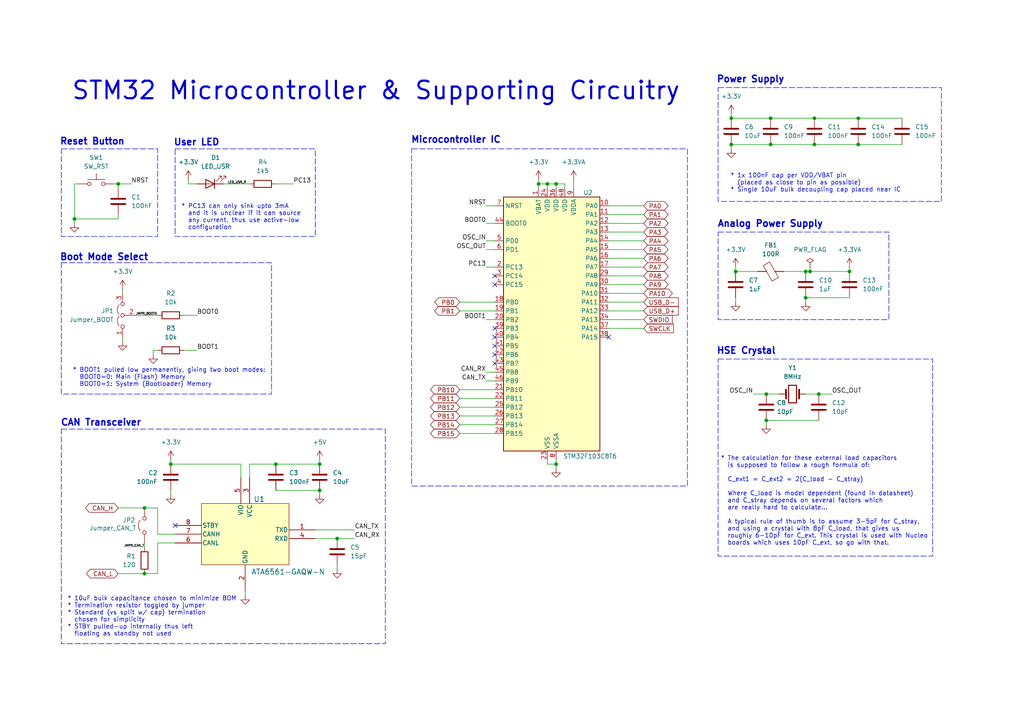
<source format=kicad_sch>
(kicad_sch (version 20231120) (generator "eeschema") (generator_version "8.0")
  (paper "A4")
  (title_block (title "STM32 Microcontroller") (date "2024-11-02") (rev "v0.1") (company "OSU DAM Robotics") (comment 1 "Author: Kurtis Dinelle"))
  (lib_symbols
    (symbol "ATA6561:ATA6561-GAQW-N" (pin_names (offset 0.254))
      (property "Reference" "U" (at 21.59 10.16 0))
      (property "Value" "ATA6561-GAQW-N" (at 20.32 7.62 0))
      (symbol "ATA6561-GAQW-N_0_1"
        (pin power_in line (at 19.05 12.7 270) (length 7.62) (name "VCC") (number "3"))
      )
      (symbol "ATA6561-GAQW-N_1_1"
        (rectangle (start 7.62 5.08) (end 33.02 -12.7) (fill (type background)))
        (pin input line (at 0 -2.54 0) (length 7.62) (name "TXD") (number "1"))
        (pin power_in line (at 20.32 -20.32 90) (length 7.62) (name "GND") (number "2"))
        (pin output line (at 0 -5.08 0) (length 7.62) (name "RXD") (number "4"))
        (pin power_in line (at 21.59 12.7 270) (length 7.62) (name "VIO") (number "5"))
        (pin input line (at 40.64 -6.35 180) (length 7.62) (name "CANL") (number "6"))
        (pin input line (at 40.64 -3.81 180) (length 7.62) (name "CANH") (number "7"))
        (pin input line (at 40.64 -1.27 180) (length 7.62) (name "STBY") (number "8"))
      )
    )
    (symbol "Device:C" (pin_numbers hide) (pin_names (offset 0.254))
      (property "Reference" "C" (at 0.635 2.54 0))
      (property "Value" "C" (at 0.635 -2.54 0))
      (symbol "C_0_1"
        (polyline (pts (xy -2.032 -0.762) (xy 2.032 -0.762)) (stroke (width 0.508)))
        (polyline (pts (xy -2.032 0.762) (xy 2.032 0.762)) (stroke (width 0.508)))
      )
      (symbol "C_1_1"
        (pin passive line (at 0 3.81 270) (length 2.794) (name "~") (number "1"))
        (pin passive line (at 0 -3.81 90) (length 2.794) (name "~") (number "2"))
      )
    )
    (symbol "Device:Crystal" (pin_numbers hide) (pin_names (offset 1.016) hide)
      (property "Reference" "Y" (at 0 3.81 0))
      (property "Value" "Crystal" (at 0 -3.81 0))
      (symbol "Crystal_0_1"
        (rectangle (start -1.143 2.54) (end 1.143 -2.54) (stroke (width 0.3048)))
        (polyline (pts (xy -2.54 0) (xy -1.905 0)))
        (polyline (pts (xy -1.905 -1.27) (xy -1.905 1.27)) (stroke (width 0.508)))
        (polyline (pts (xy 1.905 -1.27) (xy 1.905 1.27)) (stroke (width 0.508)))
        (polyline (pts (xy 2.54 0) (xy 1.905 0)))
      )
      (symbol "Crystal_1_1"
        (pin passive line (at -3.81 0 0) (length 1.27) (name "1") (number "1"))
        (pin passive line (at 3.81 0 180) (length 1.27) (name "2") (number "2"))
      )
    )
    (symbol "Device:FerriteBead" (pin_numbers hide) (pin_names (offset 0))
      (property "Reference" "FB" (at -3.81 0.635 90))
      (property "Value" "FerriteBead" (at 3.81 0 90))
      (symbol "FerriteBead_0_1"
        (polyline (pts (xy 0 -1.27) (xy 0 -1.2192)))
        (polyline (pts (xy 0 1.27) (xy 0 1.2954)))
        (polyline (pts (xy -2.7686 0.4064) (xy -1.7018 2.2606) (xy 2.7686 -0.3048) (xy 1.6764 -2.159) (xy -2.7686 0.4064)))
      )
      (symbol "FerriteBead_1_1"
        (pin passive line (at 0 3.81 270) (length 2.54) (name "~") (number "1"))
        (pin passive line (at 0 -3.81 90) (length 2.54) (name "~") (number "2"))
      )
    )
    (symbol "Device:LED" (pin_numbers hide) (pin_names (offset 1.016) hide)
      (property "Reference" "D" (at 0 2.54 0))
      (property "Value" "LED" (at 0 -2.54 0))
      (symbol "LED_0_1"
        (polyline (pts (xy -1.27 -1.27) (xy -1.27 1.27)) (stroke (width 0.254)))
        (polyline (pts (xy -1.27 0) (xy 1.27 0)))
        (polyline (pts (xy 1.27 -1.27) (xy 1.27 1.27) (xy -1.27 0) (xy 1.27 -1.27)) (stroke (width 0.254)))
        (polyline (pts (xy -3.048 -0.762) (xy -4.572 -2.286) (xy -3.81 -2.286) (xy -4.572 -2.286) (xy -4.572 -1.524)))
        (polyline (pts (xy -1.778 -0.762) (xy -3.302 -2.286) (xy -2.54 -2.286) (xy -3.302 -2.286) (xy -3.302 -1.524)))
      )
      (symbol "LED_1_1"
        (pin passive line (at -3.81 0 0) (length 2.54) (name "K") (number "1"))
        (pin passive line (at 3.81 0 180) (length 2.54) (name "A") (number "2"))
      )
    )
    (symbol "Device:R" (pin_numbers hide) (pin_names (offset 0))
      (property "Reference" "R" (at 2.032 0 90))
      (property "Value" "R" (at 0 0 90))
      (symbol "R_0_1"
        (rectangle (start -1.016 -2.54) (end 1.016 2.54) (stroke (width 0.254)))
      )
      (symbol "R_1_1"
        (pin passive line (at 0 3.81 270) (length 1.27) (name "~") (number "1"))
        (pin passive line (at 0 -3.81 90) (length 1.27) (name "~") (number "2"))
      )
    )
    (symbol "Jumper:Jumper_2_Open" (pin_numbers hide) (pin_names (offset 0) hide) (exclude_from_sim yes)
      (property "Reference" "JP" (at 0 2.794 0))
      (property "Value" "Jumper_2_Open" (at 0 -2.286 0))
      (symbol "Jumper_2_Open_0_0"
        (circle (center -2.032 0) (radius 0.508))
        (circle (center 2.032 0) (radius 0.508))
      )
      (symbol "Jumper_2_Open_0_1"
        (arc (start 1.524 1.27) (mid 0 1.778) (end -1.524 1.27))
      )
      (symbol "Jumper_2_Open_1_1"
        (pin passive line (at -5.08 0 0) (length 2.54) (name "A") (number "1"))
        (pin passive line (at 5.08 0 180) (length 2.54) (name "B") (number "2"))
      )
    )
    (symbol "Jumper:Jumper_3_Open" (pin_names (offset 0) hide) (exclude_from_sim yes) (in_bom no)
      (property "Reference" "JP" (at -2.54 -2.54 0))
      (property "Value" "Jumper_3_Open" (at 0 2.794 0))
      (symbol "Jumper_3_Open_0_0"
        (circle (center -3.302 0) (radius 0.508))
        (circle (center 0 0) (radius 0.508))
        (circle (center 3.302 0) (radius 0.508))
      )
      (symbol "Jumper_3_Open_0_1"
        (arc (start -0.254 1.016) (mid -1.651 1.4992) (end -3.048 1.016))
        (polyline (pts (xy 0 -0.508) (xy 0 -1.27)))
        (arc (start 3.048 1.016) (mid 1.651 1.4992) (end 0.254 1.016))
      )
      (symbol "Jumper_3_Open_1_1"
        (pin passive line (at -6.35 0 0) (length 2.54) (name "A") (number "1"))
        (pin passive line (at 0 -3.81 90) (length 2.54) (name "C") (number "2"))
        (pin passive line (at 6.35 0 180) (length 2.54) (name "B") (number "3"))
      )
    )
    (symbol "MCU_ST_STM32F1:STM32F103C8Tx"
      (property "Reference" "U" (at -12.7 39.37 0))
      (property "Value" "STM32F103C8Tx" (at 10.16 39.37 0))
      (symbol "STM32F103C8Tx_0_1"
        (rectangle (start -12.7 -35.56) (end 15.24 38.1) (stroke (width 0.254)) (fill (type background)))
      )
      (symbol "STM32F103C8Tx_1_1"
        (pin power_in line (at -2.54 40.64 270) (length 2.54) (name "VBAT") (number "1"))
        (pin bidirectional line (at 17.78 35.56 180) (length 2.54) (name "PA0") (number "10"))
        (pin bidirectional line (at 17.78 33.02 180) (length 2.54) (name "PA1") (number "11"))
        (pin bidirectional line (at 17.78 30.48 180) (length 2.54) (name "PA2") (number "12"))
        (pin bidirectional line (at 17.78 27.94 180) (length 2.54) (name "PA3") (number "13"))
        (pin bidirectional line (at 17.78 25.4 180) (length 2.54) (name "PA4") (number "14"))
        (pin bidirectional line (at 17.78 22.86 180) (length 2.54) (name "PA5") (number "15"))
        (pin bidirectional line (at 17.78 20.32 180) (length 2.54) (name "PA6") (number "16"))
        (pin bidirectional line (at 17.78 17.78 180) (length 2.54) (name "PA7") (number "17"))
        (pin bidirectional line (at -15.24 7.62 0) (length 2.54) (name "PB0") (number "18"))
        (pin bidirectional line (at -15.24 5.08 0) (length 2.54) (name "PB1") (number "19"))
        (pin bidirectional line (at -15.24 17.78 0) (length 2.54) (name "PC13") (number "2"))
        (pin bidirectional line (at -15.24 2.54 0) (length 2.54) (name "PB2") (number "20"))
        (pin bidirectional line (at -15.24 -17.78 0) (length 2.54) (name "PB10") (number "21"))
        (pin bidirectional line (at -15.24 -20.32 0) (length 2.54) (name "PB11") (number "22"))
        (pin power_in line (at 0 -38.1 90) (length 2.54) (name "VSS") (number "23"))
        (pin power_in line (at 0 40.64 270) (length 2.54) (name "VDD") (number "24"))
        (pin bidirectional line (at -15.24 -22.86 0) (length 2.54) (name "PB12") (number "25"))
        (pin bidirectional line (at -15.24 -25.4 0) (length 2.54) (name "PB13") (number "26"))
        (pin bidirectional line (at -15.24 -27.94 0) (length 2.54) (name "PB14") (number "27"))
        (pin bidirectional line (at -15.24 -30.48 0) (length 2.54) (name "PB15") (number "28"))
        (pin bidirectional line (at 17.78 15.24 180) (length 2.54) (name "PA8") (number "29"))
        (pin bidirectional line (at -15.24 15.24 0) (length 2.54) (name "PC14") (number "3"))
        (pin bidirectional line (at 17.78 12.7 180) (length 2.54) (name "PA9") (number "30"))
        (pin bidirectional line (at 17.78 10.16 180) (length 2.54) (name "PA10") (number "31"))
        (pin bidirectional line (at 17.78 7.62 180) (length 2.54) (name "PA11") (number "32"))
        (pin bidirectional line (at 17.78 5.08 180) (length 2.54) (name "PA12") (number "33"))
        (pin bidirectional line (at 17.78 2.54 180) (length 2.54) (name "PA13") (number "34"))
        (pin passive line (at 0 -38.1 90) (length 2.54) hide (name "VSS") (number "35"))
        (pin power_in line (at 2.54 40.64 270) (length 2.54) (name "VDD") (number "36"))
        (pin bidirectional line (at 17.78 0 180) (length 2.54) (name "PA14") (number "37"))
        (pin bidirectional line (at 17.78 -2.54 180) (length 2.54) (name "PA15") (number "38"))
        (pin bidirectional line (at -15.24 0 0) (length 2.54) (name "PB3") (number "39"))
        (pin bidirectional line (at -15.24 12.7 0) (length 2.54) (name "PC15") (number "4"))
        (pin bidirectional line (at -15.24 -2.54 0) (length 2.54) (name "PB4") (number "40"))
        (pin bidirectional line (at -15.24 -5.08 0) (length 2.54) (name "PB5") (number "41"))
        (pin bidirectional line (at -15.24 -7.62 0) (length 2.54) (name "PB6") (number "42"))
        (pin bidirectional line (at -15.24 -10.16 0) (length 2.54) (name "PB7") (number "43"))
        (pin input line (at -15.24 30.48 0) (length 2.54) (name "BOOT0") (number "44"))
        (pin bidirectional line (at -15.24 -12.7 0) (length 2.54) (name "PB8") (number "45"))
        (pin bidirectional line (at -15.24 -15.24 0) (length 2.54) (name "PB9") (number "46"))
        (pin passive line (at 0 -38.1 90) (length 2.54) hide (name "VSS") (number "47"))
        (pin power_in line (at 5.08 40.64 270) (length 2.54) (name "VDD") (number "48"))
        (pin bidirectional line (at -15.24 25.4 0) (length 2.54) (name "PD0") (number "5"))
        (pin bidirectional line (at -15.24 22.86 0) (length 2.54) (name "PD1") (number "6"))
        (pin input line (at -15.24 35.56 0) (length 2.54) (name "NRST") (number "7"))
        (pin power_in line (at 2.54 -38.1 90) (length 2.54) (name "VSSA") (number "8"))
        (pin power_in line (at 7.62 40.64 270) (length 2.54) (name "VDDA") (number "9"))
      )
    )
    (symbol "Switch:SW_Push" (pin_numbers hide) (pin_names (offset 1.016) hide)
      (property "Reference" "SW" (at 1.27 2.54 0))
      (property "Value" "SW_Push" (at 0 -1.524 0))
      (symbol "SW_Push_0_1"
        (circle (center -2.032 0) (radius 0.508))
        (polyline (pts (xy 0 1.27) (xy 0 3.048)))
        (polyline (pts (xy 2.54 1.27) (xy -2.54 1.27)))
        (circle (center 2.032 0) (radius 0.508))
        (pin passive line (at -5.08 0 0) (length 2.54) (name "1") (number "1"))
        (pin passive line (at 5.08 0 180) (length 2.54) (name "2") (number "2"))
      )
    )
    (symbol "power:+3.3V" (power) (pin_numbers hide) (pin_names (offset 0) hide)
      (property "Value" "+3.3V" (at 0 3.556 0))
      (symbol "+3.3V_0_1"
        (polyline (pts (xy -0.762 1.27) (xy 0 2.54)))
        (polyline (pts (xy 0 0) (xy 0 2.54)))
        (polyline (pts (xy 0 2.54) (xy 0.762 1.27)))
      )
      (symbol "+3.3V_1_1"
        (pin power_in line (at 0 0 90) (length 0) (name "~") (number "1"))
      )
    )
    (symbol "power:+3.3VA" (power) (pin_numbers hide) (pin_names (offset 0) hide)
      (property "Value" "+3.3VA" (at 0 3.556 0))
      (symbol "+3.3VA_0_1"
        (polyline (pts (xy -0.762 1.27) (xy 0 2.54)))
        (polyline (pts (xy 0 0) (xy 0 2.54)))
        (polyline (pts (xy 0 2.54) (xy 0.762 1.27)))
      )
      (symbol "+3.3VA_1_1"
        (pin power_in line (at 0 0 90) (length 0) (name "~") (number "1"))
      )
    )
    (symbol "power:+5V" (power) (pin_numbers hide) (pin_names (offset 0) hide)
      (property "Value" "+5V" (at 0 3.556 0))
      (symbol "+5V_0_1"
        (polyline (pts (xy -0.762 1.27) (xy 0 2.54)))
        (polyline (pts (xy 0 0) (xy 0 2.54)))
        (polyline (pts (xy 0 2.54) (xy 0.762 1.27)))
      )
      (symbol "+5V_1_1"
        (pin power_in line (at 0 0 90) (length 0) (name "~") (number "1"))
      )
    )
    (symbol "power:GND" (power) (pin_numbers hide) (pin_names (offset 0) hide)
      (property "Value" "GND" (at 0 -3.81 0))
      (symbol "GND_0_1"
        (polyline (pts (xy 0 0) (xy 0 -1.27) (xy 1.27 -1.27) (xy 0 -2.54) (xy -1.27 -1.27) (xy 0 -1.27)))
      )
      (symbol "GND_1_1"
        (pin power_in line (at 0 0 270) (length 0) (name "~") (number "1"))
      )
    )
    (symbol "power:PWR_FLAG" (power) (pin_numbers hide) (pin_names (offset 0) hide)
      (property "Value" "PWR_FLAG" (at 0 3.81 0))
      (symbol "PWR_FLAG_0_0"
        (pin power_out line (at 0 0 90) (length 0) (name "~") (number "1"))
      )
      (symbol "PWR_FLAG_0_1"
        (polyline (pts (xy 0 0) (xy 0 1.27) (xy -1.016 1.905) (xy 0 2.54) (xy 1.016 1.905) (xy 0 1.27)))
      )
    )
  )
  (junction (at 222.25 121.92))
  (junction (at 213.36 78.74))
  (junction (at 248.92 41.91))
  (junction (at 246.38 78.74))
  (junction (at 49.53 134.62))
  (junction (at 234.95 78.74))
  (junction (at 80.01 134.62))
  (junction (at 223.52 34.29))
  (junction (at 222.25 114.3))
  (junction (at 34.29 53.34))
  (junction (at 158.75 53.34))
  (junction (at 41.91 147.32))
  (junction (at 21.59 63.5))
  (junction (at 233.68 78.74))
  (junction (at 223.52 41.91))
  (junction (at 237.49 114.3))
  (junction (at 233.68 86.36))
  (junction (at 236.22 41.91))
  (junction (at 156.21 53.34))
  (junction (at 161.29 53.34))
  (junction (at 92.71 142.24))
  (junction (at 212.09 34.29))
  (junction (at 161.29 134.62))
  (junction (at 92.71 134.62))
  (junction (at 41.91 166.37))
  (junction (at 212.09 41.91))
  (junction (at 97.79 156.21))
  (junction (at 236.22 34.29))
  (junction (at 248.92 34.29))
  (no_connect (at 143.51 95.25))
  (no_connect (at 143.51 97.79))
  (no_connect (at 143.51 102.87))
  (no_connect (at 143.51 82.55))
  (no_connect (at 143.51 100.33))
  (no_connect (at 143.51 105.41))
  (no_connect (at 50.8 152.4))
  (no_connect (at 143.51 80.01))
  (no_connect (at 176.53 97.79))
  (wire (pts (xy 176.53 74.93) (xy 186.69 74.93)))
  (wire (pts (xy 212.09 34.29) (xy 223.52 34.29)))
  (wire (pts (xy 44.45 101.6) (xy 44.45 102.87)))
  (wire (pts (xy 176.53 64.77) (xy 186.69 64.77)))
  (wire (pts (xy 248.92 41.91) (xy 261.62 41.91)))
  (wire (pts (xy 21.59 53.34) (xy 21.59 63.5)))
  (wire (pts (xy 223.52 41.91) (xy 236.22 41.91)))
  (wire (pts (xy 246.38 86.36) (xy 233.68 86.36)))
  (wire (pts (xy 176.53 85.09) (xy 186.69 85.09)))
  (wire (pts (xy 34.29 63.5) (xy 34.29 62.23)))
  (wire (pts (xy 21.59 63.5) (xy 34.29 63.5)))
  (wire (pts (xy 222.25 114.3) (xy 226.06 114.3)))
  (wire (pts (xy 246.38 77.47) (xy 246.38 78.74)))
  (wire (pts (xy 140.97 77.47) (xy 143.51 77.47)))
  (wire (pts (xy 158.75 134.62) (xy 158.75 133.35)))
  (wire (pts (xy 35.56 97.79) (xy 35.56 99.06)))
  (wire (pts (xy 80.01 53.34) (xy 85.09 53.34)))
  (wire (pts (xy 222.25 121.92) (xy 222.25 123.19)))
  (wire (pts (xy 161.29 133.35) (xy 161.29 134.62)))
  (wire (pts (xy 233.68 86.36) (xy 233.68 87.63)))
  (wire (pts (xy 212.09 41.91) (xy 223.52 41.91)))
  (wire (pts (xy 236.22 34.29) (xy 248.92 34.29)))
  (wire (pts (xy 163.83 54.61) (xy 163.83 53.34)))
  (wire (pts (xy 41.91 147.32) (xy 45.72 147.32)))
  (wire (pts (xy 212.09 41.91) (xy 212.09 43.18)))
  (wire (pts (xy 133.35 123.19) (xy 143.51 123.19)))
  (wire (pts (xy 234.95 78.74) (xy 233.68 78.74)))
  (wire (pts (xy 71.12 171.45) (xy 71.12 172.72)))
  (wire (pts (xy 212.09 33.02) (xy 212.09 34.29)))
  (wire (pts (xy 246.38 78.74) (xy 234.95 78.74)))
  (wire (pts (xy 237.49 114.3) (xy 241.3 114.3)))
  (wire (pts (xy 133.35 118.11) (xy 143.51 118.11)))
  (wire (pts (xy 35.56 83.82) (xy 35.56 85.09)))
  (wire (pts (xy 92.71 133.35) (xy 92.71 134.62)))
  (wire (pts (xy 69.85 138.43) (xy 69.85 134.62)))
  (wire (pts (xy 133.35 120.65) (xy 143.51 120.65)))
  (wire (pts (xy 133.35 125.73) (xy 143.51 125.73)))
  (wire (pts (xy 133.35 113.03) (xy 143.51 113.03)))
  (wire (pts (xy 140.97 92.71) (xy 143.51 92.71)))
  (wire (pts (xy 133.35 115.57) (xy 143.51 115.57)))
  (wire (pts (xy 49.53 143.51) (xy 49.53 142.24)))
  (wire (pts (xy 41.91 157.48) (xy 41.91 158.75)))
  (wire (pts (xy 22.86 53.34) (xy 21.59 53.34)))
  (wire (pts (xy 133.35 90.17) (xy 143.51 90.17)))
  (wire (pts (xy 213.36 77.47) (xy 213.36 78.74)))
  (wire (pts (xy 161.29 53.34) (xy 163.83 53.34)))
  (wire (pts (xy 140.97 107.95) (xy 143.51 107.95)))
  (wire (pts (xy 140.97 110.49) (xy 143.51 110.49)))
  (wire (pts (xy 50.8 157.48) (xy 45.72 157.48)))
  (wire (pts (xy 45.72 157.48) (xy 45.72 166.37)))
  (wire (pts (xy 91.44 156.21) (xy 97.79 156.21)))
  (wire (pts (xy 176.53 87.63) (xy 186.69 87.63)))
  (wire (pts (xy 176.53 59.69) (xy 186.69 59.69)))
  (wire (pts (xy 213.36 86.36) (xy 213.36 87.63)))
  (wire (pts (xy 233.68 114.3) (xy 237.49 114.3)))
  (wire (pts (xy 53.34 91.44) (xy 57.15 91.44)))
  (wire (pts (xy 34.29 53.34) (xy 33.02 53.34)))
  (wire (pts (xy 21.59 63.5) (xy 21.59 64.77)))
  (wire (pts (xy 53.34 101.6) (xy 57.15 101.6)))
  (wire (pts (xy 176.53 95.25) (xy 186.69 95.25)))
  (wire (pts (xy 49.53 133.35) (xy 49.53 134.62)))
  (wire (pts (xy 166.37 52.07) (xy 166.37 54.61)))
  (wire (pts (xy 222.25 121.92) (xy 237.49 121.92)))
  (wire (pts (xy 176.53 69.85) (xy 186.69 69.85)))
  (wire (pts (xy 54.61 52.07) (xy 54.61 53.34)))
  (wire (pts (xy 234.95 77.47) (xy 234.95 78.74)))
  (wire (pts (xy 34.29 147.32) (xy 41.91 147.32)))
  (wire (pts (xy 161.29 53.34) (xy 161.29 54.61)))
  (wire (pts (xy 156.21 53.34) (xy 156.21 54.61)))
  (wire (pts (xy 97.79 163.83) (xy 97.79 165.1)))
  (wire (pts (xy 176.53 90.17) (xy 186.69 90.17)))
  (wire (pts (xy 233.68 78.74) (xy 227.33 78.74)))
  (wire (pts (xy 156.21 53.34) (xy 158.75 53.34)))
  (wire (pts (xy 158.75 53.34) (xy 158.75 54.61)))
  (wire (pts (xy 176.53 72.39) (xy 186.69 72.39)))
  (wire (pts (xy 140.97 69.85) (xy 143.51 69.85)))
  (wire (pts (xy 69.85 134.62) (xy 49.53 134.62)))
  (wire (pts (xy 97.79 156.21) (xy 102.87 156.21)))
  (wire (pts (xy 64.77 53.34) (xy 72.39 53.34)))
  (wire (pts (xy 176.53 62.23) (xy 186.69 62.23)))
  (wire (pts (xy 54.61 53.34) (xy 57.15 53.34)))
  (wire (pts (xy 176.53 92.71) (xy 186.69 92.71)))
  (wire (pts (xy 236.22 41.91) (xy 248.92 41.91)))
  (wire (pts (xy 72.39 134.62) (xy 80.01 134.62)))
  (wire (pts (xy 176.53 77.47) (xy 186.69 77.47)))
  (wire (pts (xy 219.71 78.74) (xy 213.36 78.74)))
  (wire (pts (xy 140.97 59.69) (xy 143.51 59.69)))
  (wire (pts (xy 140.97 64.77) (xy 143.51 64.77)))
  (wire (pts (xy 80.01 134.62) (xy 92.71 134.62)))
  (wire (pts (xy 50.8 154.94) (xy 45.72 154.94)))
  (wire (pts (xy 156.21 52.07) (xy 156.21 53.34)))
  (wire (pts (xy 158.75 134.62) (xy 161.29 134.62)))
  (wire (pts (xy 45.72 154.94) (xy 45.72 147.32)))
  (wire (pts (xy 34.29 53.34) (xy 38.1 53.34)))
  (wire (pts (xy 176.53 80.01) (xy 186.69 80.01)))
  (wire (pts (xy 248.92 34.29) (xy 261.62 34.29)))
  (wire (pts (xy 218.44 114.3) (xy 222.25 114.3)))
  (wire (pts (xy 133.35 87.63) (xy 143.51 87.63)))
  (wire (pts (xy 91.44 153.67) (xy 102.87 153.67)))
  (wire (pts (xy 34.29 54.61) (xy 34.29 53.34)))
  (wire (pts (xy 72.39 138.43) (xy 72.39 134.62)))
  (wire (pts (xy 80.01 142.24) (xy 92.71 142.24)))
  (wire (pts (xy 34.29 166.37) (xy 41.91 166.37)))
  (wire (pts (xy 161.29 134.62) (xy 161.29 135.89)))
  (wire (pts (xy 45.72 166.37) (xy 41.91 166.37)))
  (wire (pts (xy 92.71 142.24) (xy 92.71 143.51)))
  (wire (pts (xy 176.53 67.31) (xy 186.69 67.31)))
  (wire (pts (xy 39.37 91.44) (xy 45.72 91.44)))
  (wire (pts (xy 158.75 53.34) (xy 161.29 53.34)))
  (wire (pts (xy 223.52 34.29) (xy 236.22 34.29)))
  (wire (pts (xy 45.72 101.6) (xy 44.45 101.6)))
  (wire (pts (xy 176.53 82.55) (xy 186.69 82.55)))
  (wire (pts (xy 140.97 72.39) (xy 143.51 72.39)))
  (rectangle (start 50.8 43.18) (end 91.44 68.58) (stroke (width 0) (type dash)))
  (rectangle (start 119.38 43.18) (end 199.39 140.97) (stroke (width 0) (type dash)))
  (rectangle (start 208.28 67.31) (end 257.81 92.71) (stroke (width 0) (type dash)))
  (rectangle (start 208.28 25.4) (end 273.05 58.42) (stroke (width 0) (type dash)))
  (rectangle (start 17.78 43.18) (end 45.72 68.58) (stroke (width 0) (type dash)))
  (rectangle (start 17.78 76.2) (end 78.74 114.3) (stroke (width 0) (type dash)))
  (rectangle (start 17.78 124.46) (end 111.76 186.69) (stroke (width 0) (type dash)))
  (rectangle (start 208.28 104.14) (end 270.51 161.29) (stroke (width 0) (type dash)))
  (text "* PC13 can only sink upto 3mA\n  and it is unclear if it can source\n  any current, thus use active-low\n  configuration" (at 52.578 62.992 0) (effects (font (size 1.27 1.27)) (justify left)))
  (text "Power Supply" (at 207.772 23.114 0) (effects (font (size 1.905 1.905) (thickness 0.381) (bold yes)) (justify left)))
  (text "Boot Mode Select" (at 17.272 74.676 0) (effects (font (size 1.905 1.905) (thickness 0.381) (bold yes)) (justify left)))
  (text "User LED" (at 50.292 41.402 0) (effects (font (size 1.905 1.905) (thickness 0.381) (bold yes)) (justify left)))
  (text "Microcontroller IC" (at 119.126 40.64 0) (effects (font (size 1.905 1.905) (thickness 0.381) (bold yes)) (justify left)))
  (text "Reset Button" (at 17.272 41.148 0) (effects (font (size 1.905 1.905) (thickness 0.381) (bold yes)) (justify left)))
  (text "* BOOT1 pulled low permanently, giving two boot modes:\n  BOOT0=0: Main (Flash) Memory\n  BOOT0=1: System (Bootloader) Memory" (at 21.082 109.474 0) (effects (font (size 1.27 1.27)) (justify left)))
  (text "* The calculation for these external load capacitors\n  is supposed to follow a rough formula of:\n\n  C_ext1 = C_ext2 = 2(C_load - C_stray)\n\n  Where C_load is model dependent (found in datasheet)\n  and C_stray depends on several factors which\n  are really hard to calculate...\n\n  A typical rule of thumb is to assume 3-5pF for C_stray,\n  and using a crystal with 8pF C_load, that gives us\n  roughly 6-10pF for C_ext. This crystal is used with Nucleo\n  boards which uses 10pF C_ext, so go with that." (at 209.042 145.288 0) (effects (font (size 1.27 1.27)) (justify left)))
  (text "CAN Transceiver" (at 17.526 122.682 0) (effects (font (size 1.905 1.905) (thickness 0.381) (bold yes)) (justify left)))
  (text "HSE Crystal" (at 207.772 101.854 0) (effects (font (size 1.905 1.905) (thickness 0.381) (bold yes)) (justify left)))
  (text "* 1x 100nF cap per VDD/VBAT pin\n  (placed as close to pin as possible)\n* Single 10uF bulk decoupling cap placed near IC" (at 211.836 53.086 0) (effects (font (size 1.27 1.27)) (justify left)))
  (text "STM32 Microcontroller & Supporting Circuitry" (at 20.574 26.416 0) (effects (font (size 5.08 5.08) (thickness 0.635)) (justify left)))
  (text "Analog Power Supply" (at 208.026 65.024 0) (effects (font (size 1.905 1.905) (thickness 0.381) (bold yes)) (justify left)))
  (text "* 10uF bulk capacitance chosen to minimize BOM\n* Termination resistor toggled by jumper\n* Standard (vs split w/ cap) termination\n  chosen for simplicity\n* STBY pulled-up internally thus left\n  floating as standby not used " (at 19.558 178.816 0) (effects (font (size 1.27 1.27)) (justify left)))
  (label "OSC_OUT" (at 241.3 114.3 0))
  (label "PC13" (at 85.09 53.34 0))
  (label "OSC_IN" (at 140.97 69.85 180))
  (label "PC13" (at 140.97 77.47 180))
  (label "CAN_TX" (at 140.97 110.49 180))
  (label "LED_USR_R" (at 66.04 53.34 0) (effects (font (size 0.635 0.635))))
  (label "OSC_IN" (at 218.44 114.3 180))
  (label "CAN_TX" (at 102.87 153.67 0))
  (label "CAN_RX" (at 102.87 156.21 0))
  (label "BOOT1" (at 57.15 101.6 0))
  (label "BOOT0" (at 140.97 64.77 180))
  (label "CAN_RX" (at 140.97 107.95 180))
  (label "OSC_OUT" (at 140.97 72.39 180))
  (label "NRST" (at 38.1 53.34 0))
  (label "BOOT1" (at 140.97 92.71 180))
  (label "BOOT0" (at 57.15 91.44 0))
  (label "JMPR_BOOT0" (at 39.37 91.44 0) (effects (font (size 0.635 0.635))))
  (label "NRST" (at 140.97 59.69 180))
  (label "JMPR_CAN_T" (at 41.91 158.75 180) (effects (font (size 0.635 0.635))))
  (global_label "PB12" (shape bidirectional) (at 133.35 118.11 180) (property "Intersheetrefs" "${INTERSHEET_REFS}" (effects (hide yes))))
  (global_label "SWCLK" (shape input) (at 186.69 95.25 0) (property "Intersheetrefs" "${INTERSHEET_REFS}" (effects (hide yes))))
  (global_label "USB_D-" (shape input) (at 186.69 87.63 0) (property "Intersheetrefs" "${INTERSHEET_REFS}" (effects (hide yes))))
  (global_label "PA1" (shape bidirectional) (at 186.69 62.23 0) (property "Intersheetrefs" "${INTERSHEET_REFS}" (effects (hide yes))))
  (global_label "PA0" (shape bidirectional) (at 186.69 59.69 0) (property "Intersheetrefs" "${INTERSHEET_REFS}" (effects (hide yes))))
  (global_label "PA10" (shape bidirectional) (at 186.69 85.09 0) (property "Intersheetrefs" "${INTERSHEET_REFS}" (effects (hide yes))))
  (global_label "PB1" (shape bidirectional) (at 133.35 90.17 180) (property "Intersheetrefs" "${INTERSHEET_REFS}" (effects (hide yes))))
  (global_label "PA5" (shape bidirectional) (at 186.69 72.39 0) (property "Intersheetrefs" "${INTERSHEET_REFS}" (effects (hide yes))))
  (global_label "PA2" (shape bidirectional) (at 186.69 64.77 0) (property "Intersheetrefs" "${INTERSHEET_REFS}" (effects (hide yes))))
  (global_label "PA8" (shape bidirectional) (at 186.69 80.01 0) (property "Intersheetrefs" "${INTERSHEET_REFS}" (effects (hide yes))))
  (global_label "PA3" (shape bidirectional) (at 186.69 67.31 0) (property "Intersheetrefs" "${INTERSHEET_REFS}" (effects (hide yes))))
  (global_label "PB15" (shape bidirectional) (at 133.35 125.73 180) (property "Intersheetrefs" "${INTERSHEET_REFS}" (effects (hide yes))))
  (global_label "PA9" (shape bidirectional) (at 186.69 82.55 0) (property "Intersheetrefs" "${INTERSHEET_REFS}" (effects (hide yes))))
  (global_label "USB_D+" (shape input) (at 186.69 90.17 0) (property "Intersheetrefs" "${INTERSHEET_REFS}" (effects (hide yes))))
  (global_label "PA7" (shape bidirectional) (at 186.69 77.47 0) (property "Intersheetrefs" "${INTERSHEET_REFS}" (effects (hide yes))))
  (global_label "PB11" (shape bidirectional) (at 133.35 115.57 180) (property "Intersheetrefs" "${INTERSHEET_REFS}" (effects (hide yes))))
  (global_label "CAN_H" (shape bidirectional) (at 34.29 147.32 180) (property "Intersheetrefs" "${INTERSHEET_REFS}" (effects (hide yes))))
  (global_label "PA4" (shape bidirectional) (at 186.69 69.85 0) (property "Intersheetrefs" "${INTERSHEET_REFS}" (effects (hide yes))))
  (global_label "PA6" (shape bidirectional) (at 186.69 74.93 0) (property "Intersheetrefs" "${INTERSHEET_REFS}" (effects (hide yes))))
  (global_label "PB0" (shape bidirectional) (at 133.35 87.63 180) (property "Intersheetrefs" "${INTERSHEET_REFS}" (effects (hide yes))))
  (global_label "PB13" (shape bidirectional) (at 133.35 120.65 180) (property "Intersheetrefs" "${INTERSHEET_REFS}" (effects (hide yes))))
  (global_label "SWDIO" (shape input) (at 186.69 92.71 0) (property "Intersheetrefs" "${INTERSHEET_REFS}" (effects (hide yes))))
  (global_label "CAN_L" (shape bidirectional) (at 34.29 166.37 180) (property "Intersheetrefs" "${INTERSHEET_REFS}" (effects (hide yes))))
  (global_label "PB10" (shape bidirectional) (at 133.35 113.03 180) (property "Intersheetrefs" "${INTERSHEET_REFS}" (effects (hide yes))))
  (global_label "PB14" (shape bidirectional) (at 133.35 123.19 180) (property "Intersheetrefs" "${INTERSHEET_REFS}" (effects (hide yes))))
  (symbol (lib_id "Device:C") (at 261.62 38.1 0) (unit 1)
    (property "Reference" "C15" (at 265.43 36.8299 0) (effects (justify left)))
    (property "Value" "100nF" (at 265.43 39.3699 0) (effects (justify left)))
    (property "Footprint" "Capacitor_SMD:C_0402_1005Metric" (effects (hide yes)))
    (property "Description" "Unpolarized capacitor" (effects (hide yes)))
    (property "LCSC" "C1525" (effects (hide yes)))
  )
  (symbol (lib_id "power:+3.3V") (at 49.53 133.35 0) (mirror y) (unit 1)
    (property "Reference" "#PWR05" (effects (hide yes)))
    (property "Value" "+3.3V" (at 49.53 128.27 0))
    (property "Description" "Power symbol creates a global label with name \"+3.3V\"" (effects (hide yes)))
  )
  (symbol (lib_id "power:+3.3V") (at 212.09 33.02 0) (unit 1)
    (property "Reference" "#PWR015" (effects (hide yes)))
    (property "Value" "+3.3V" (at 212.09 27.94 0))
    (property "Description" "Power symbol creates a global label with name \"+3.3V\"" (effects (hide yes)))
  )
  (symbol (lib_id "Device:Crystal") (at 229.87 114.3 180) (unit 1)
    (property "Reference" "Y1" (at 229.87 106.68 0))
    (property "Value" "8MHz" (at 229.87 109.22 0))
    (property "Footprint" "NX3225GD:XTAL_NX3225GD-8MHZ-STD-CRA-3_NDK" (effects (hide yes)))
    (property "Datasheet" "https://www.lcsc.com/datasheet/lcsc_datasheet_2403290920_NDK-NX3225GD-8MHZ-STD-CRA-3_C889706.pdf" (effects (hide yes)))
    (property "Description" "Two pin crystal" (effects (hide yes)))
    (property "LCSC" "C889706" (effects (hide yes)))
  )
  (symbol (lib_id "power:GND") (at 49.53 143.51 0) (mirror y) (unit 1)
    (property "Reference" "#PWR06" (effects (hide yes)))
    (property "Value" "GND" (effects (hide yes)))
    (property "Description" "Power symbol creates a global label with name \"GND\" , ground" (effects (hide yes)))
  )
  (symbol (lib_id "MCU_ST_STM32F1:STM32F103C8Tx") (at 158.75 95.25 0) (unit 1)
    (property "Reference" "U2" (at 169.164 55.88 0) (effects (justify left)))
    (property "Value" "STM32F103C8T6" (at 163.322 132.334 0) (effects (justify left)))
    (property "Footprint" "Package_QFP:LQFP-48_7x7mm_P0.5mm" (effects (hide yes)))
    (property "Datasheet" "https://www.st.com/resource/en/datasheet/stm32f103c8.pdf" (effects (hide yes)))
    (property "Description" "STMicroelectronics Arm Cortex-M3 MCU, 64KB flash, 20KB RAM, 72 MHz, 2.0-3.6V, 37 GPIO, LQFP48" (effects (hide yes)))
    (property "LCSC" "C8734" (effects (hide yes)))
  )
  (symbol (lib_id "Device:R") (at 76.2 53.34 90) (unit 1)
    (property "Reference" "R4" (at 76.2 46.99 90))
    (property "Value" "1k5" (at 76.2 49.53 90))
    (property "Footprint" "Resistor_SMD:R_0402_1005Metric" (effects (hide yes)))
    (property "Description" "Resistor" (effects (hide yes)))
    (property "LCSC" "C25867" (effects (hide yes)))
  )
  (symbol (lib_id "power:PWR_FLAG") (at 234.95 77.47 0) (unit 1)
    (property "Reference" "#FLG01" (effects (hide yes)))
    (property "Value" "PWR_FLAG" (at 234.95 72.39 0))
    (property "Description" "Special symbol for telling ERC where power comes from" (effects (hide yes)))
  )
  (symbol (lib_id "Switch:SW_Push") (at 27.94 53.34 0) (unit 1)
    (property "Reference" "SW1" (at 27.94 45.72 0))
    (property "Value" "SW_RST" (at 27.94 48.26 0))
    (property "Footprint" "Button_Switch_THT:SW_PUSH_6mm" (effects (hide yes)))
    (property "Description" "Push button switch, generic, two pins" (effects (hide yes)))
  )
  (symbol (lib_id "Device:C") (at 92.71 138.43 0) (unit 1)
    (property "Reference" "C4" (at 96.52 137.1599 0) (effects (justify left)))
    (property "Value" "10uF" (at 96.52 139.6999 0) (effects (justify left)))
    (property "Footprint" "Capacitor_SMD:C_0603_1608Metric" (effects (hide yes)))
    (property "Description" "Unpolarized capacitor" (effects (hide yes)))
    (property "LCSC" "C19702" (effects (hide yes)))
  )
  (symbol (lib_id "power:GND") (at 92.71 143.51 0) (mirror y) (unit 1)
    (property "Reference" "#PWR010" (effects (hide yes)))
    (property "Value" "GND" (effects (hide yes)))
    (property "Description" "Power symbol creates a global label with name \"GND\" , ground" (effects (hide yes)))
  )
  (symbol (lib_id "Jumper:Jumper_3_Open") (at 35.56 91.44 90) (unit 1) (exclude_from_sim yes) (in_bom no)
    (property "Reference" "JP1" (at 33.02 90.1699 90) (effects (justify left)))
    (property "Value" "Jumper_BOOT" (at 33.02 92.7099 90) (effects (justify left)))
    (property "Footprint" "Connector_PinHeader_2.54mm:PinHeader_1x03_P2.54mm_Vertical" (effects (hide yes)))
    (property "Description" "Jumper, 3-pole, both open" (effects (hide yes)))
  )
  (symbol (lib_id "Device:C") (at 222.25 118.11 180) (unit 1)
    (property "Reference" "C8" (at 225.298 116.84 0) (effects (justify right)))
    (property "Value" "10pF" (at 225.298 119.38 0) (effects (justify right)))
    (property "Footprint" "Capacitor_SMD:C_0402_1005Metric" (effects (hide yes)))
    (property "Description" "Unpolarized capacitor" (effects (hide yes)))
    (property "LCSC" "C32949" (effects (hide yes)))
  )
  (symbol (lib_id "Device:R") (at 49.53 101.6 90) (unit 1)
    (property "Reference" "R3" (at 49.53 95.25 90))
    (property "Value" "10k" (at 49.53 97.79 90))
    (property "Footprint" "Resistor_SMD:R_0402_1005Metric" (effects (hide yes)))
    (property "Description" "Resistor" (effects (hide yes)))
    (property "LCSC" "C25744" (effects (hide yes)))
  )
  (symbol (lib_id "power:GND") (at 35.56 99.06 0) (unit 1)
    (property "Reference" "#PWR03" (effects (hide yes)))
    (property "Value" "GND" (effects (hide yes)))
    (property "Description" "Power symbol creates a global label with name \"GND\" , ground" (effects (hide yes)))
  )
  (symbol (lib_id "Device:C") (at 80.01 138.43 0) (unit 1)
    (property "Reference" "C3" (at 83.82 137.1599 0) (effects (justify left)))
    (property "Value" "100nF" (at 83.82 139.6999 0) (effects (justify left)))
    (property "Footprint" "Capacitor_SMD:C_0402_1005Metric" (effects (hide yes)))
    (property "Description" "Unpolarized capacitor" (effects (hide yes)))
    (property "LCSC" "C1525" (effects (hide yes)))
  )
  (symbol (lib_id "power:+5V") (at 92.71 133.35 0) (mirror y) (unit 1)
    (property "Reference" "#PWR09" (effects (hide yes)))
    (property "Value" "+5V" (at 92.71 128.27 0))
    (property "Description" "Power symbol creates a global label with name \"+5V\"" (effects (hide yes)))
  )
  (symbol (lib_id "Device:C") (at 223.52 38.1 0) (unit 1)
    (property "Reference" "C9" (at 227.33 36.8299 0) (effects (justify left)))
    (property "Value" "100nF" (at 227.33 39.3699 0) (effects (justify left)))
    (property "Footprint" "Capacitor_SMD:C_0402_1005Metric" (effects (hide yes)))
    (property "Description" "Unpolarized capacitor" (effects (hide yes)))
    (property "LCSC" "C1525" (effects (hide yes)))
  )
  (symbol (lib_id "Device:R") (at 49.53 91.44 90) (unit 1)
    (property "Reference" "R2" (at 49.53 85.09 90))
    (property "Value" "10k" (at 49.53 87.63 90))
    (property "Footprint" "Resistor_SMD:R_0402_1005Metric" (effects (hide yes)))
    (property "Description" "Resistor" (effects (hide yes)))
    (property "LCSC" "C25744" (effects (hide yes)))
  )
  (symbol (lib_id "power:+3.3V") (at 213.36 77.47 0) (mirror y) (unit 1)
    (property "Reference" "#PWR017" (effects (hide yes)))
    (property "Value" "+3.3V" (at 213.36 72.39 0))
    (property "Description" "Power symbol creates a global label with name \"+3.3V\"" (effects (hide yes)))
  )
  (symbol (lib_id "power:GND") (at 222.25 123.19 0) (unit 1)
    (property "Reference" "#PWR019" (effects (hide yes)))
    (property "Value" "GND" (effects (hide yes)))
    (property "Description" "Power symbol creates a global label with name \"GND\" , ground" (effects (hide yes)))
  )
  (symbol (lib_id "Jumper:Jumper_2_Open") (at 41.91 152.4 90) (unit 1) (exclude_from_sim yes)
    (property "Reference" "JP2" (at 35.56 150.876 90) (effects (justify right)))
    (property "Value" "Jumper_CAN_T" (at 25.908 153.162 90) (effects (justify right)))
    (property "Footprint" "Connector_PinHeader_2.54mm:PinHeader_1x02_P2.54mm_Vertical" (effects (hide yes)))
    (property "Description" "Jumper, 2-pole, open" (effects (hide yes)))
  )
  (symbol (lib_id "Device:C") (at 237.49 118.11 180) (unit 1)
    (property "Reference" "C12" (at 241.3 116.8399 0) (effects (justify right)))
    (property "Value" "10pF" (at 241.3 119.3799 0) (effects (justify right)))
    (property "Footprint" "Capacitor_SMD:C_0402_1005Metric" (effects (hide yes)))
    (property "Description" "Unpolarized capacitor" (effects (hide yes)))
    (property "LCSC" "C32949" (effects (hide yes)))
  )
  (symbol (lib_id "power:GND") (at 161.29 135.89 0) (unit 1)
    (property "Reference" "#PWR013" (effects (hide yes)))
    (property "Value" "GND" (effects (hide yes)))
    (property "Description" "Power symbol creates a global label with name \"GND\" , ground" (effects (hide yes)))
  )
  (symbol (lib_id "Device:R") (at 41.91 162.56 0) (unit 1)
    (property "Reference" "R1" (at 39.37 161.2899 0) (effects (justify right)))
    (property "Value" "120" (at 39.37 163.8299 0) (effects (justify right)))
    (property "Footprint" "Resistor_SMD:R_0402_1005Metric" (effects (hide yes)))
    (property "Description" "Resistor" (effects (hide yes)))
    (property "LCSC" "C25079" (effects (hide yes)))
  )
  (symbol (lib_id "Device:C") (at 233.68 82.55 0) (unit 1)
    (property "Reference" "C10" (at 237.49 81.2799 0) (effects (justify left)))
    (property "Value" "1uF" (at 237.49 83.8199 0) (effects (justify left)))
    (property "Footprint" "Capacitor_SMD:C_0402_1005Metric" (effects (hide yes)))
    (property "Description" "Unpolarized capacitor" (effects (hide yes)))
    (property "LCSC" "C52923" (effects (hide yes)))
  )
  (symbol (lib_id "Device:C") (at 248.92 38.1 0) (unit 1)
    (property "Reference" "C14" (at 252.73 36.8299 0) (effects (justify left)))
    (property "Value" "100nF" (at 252.73 39.3699 0) (effects (justify left)))
    (property "Footprint" "Capacitor_SMD:C_0402_1005Metric" (effects (hide yes)))
    (property "Description" "Unpolarized capacitor" (effects (hide yes)))
    (property "LCSC" "C1525" (effects (hide yes)))
  )
  (symbol (lib_id "power:+3.3V") (at 54.61 52.07 0) (unit 1)
    (property "Reference" "#PWR07" (effects (hide yes)))
    (property "Value" "+3.3V" (at 54.61 46.99 0))
    (property "Description" "Power symbol creates a global label with name \"+3.3V\"" (effects (hide yes)))
  )
  (symbol (lib_id "Device:C") (at 34.29 58.42 0) (unit 1)
    (property "Reference" "C1" (at 38.1 57.1499 0) (effects (justify left)))
    (property "Value" "100nF" (at 38.1 59.6899 0) (effects (justify left)))
    (property "Footprint" "Capacitor_SMD:C_0402_1005Metric" (effects (hide yes)))
    (property "Description" "Unpolarized capacitor" (effects (hide yes)))
    (property "LCSC" "C1525" (effects (hide yes)))
  )
  (symbol (lib_id "power:GND") (at 71.12 172.72 0) (mirror y) (unit 1)
    (property "Reference" "#PWR08" (effects (hide yes)))
    (property "Value" "GND" (effects (hide yes)))
    (property "Description" "Power symbol creates a global label with name \"GND\" , ground" (effects (hide yes)))
  )
  (symbol (lib_id "Device:C") (at 213.36 82.55 0) (unit 1)
    (property "Reference" "C7" (at 217.17 81.2799 0) (effects (justify left)))
    (property "Value" "1uF" (at 217.17 83.8199 0) (effects (justify left)))
    (property "Footprint" "Capacitor_SMD:C_0402_1005Metric" (effects (hide yes)))
    (property "Description" "Unpolarized capacitor" (effects (hide yes)))
    (property "LCSC" "C52923" (effects (hide yes)))
  )
  (symbol (lib_id "Device:C") (at 246.38 82.55 0) (unit 1)
    (property "Reference" "C13" (at 250.19 81.2799 0) (effects (justify left)))
    (property "Value" "100nF" (at 250.19 83.8199 0) (effects (justify left)))
    (property "Footprint" "Capacitor_SMD:C_0402_1005Metric" (effects (hide yes)))
    (property "Description" "Unpolarized capacitor" (effects (hide yes)))
    (property "LCSC" "C1525" (effects (hide yes)))
  )
  (symbol (lib_id "power:+3.3V") (at 35.56 83.82 0) (unit 1)
    (property "Reference" "#PWR02" (effects (hide yes)))
    (property "Value" "+3.3V" (at 35.56 78.74 0))
    (property "Description" "Power symbol creates a global label with name \"+3.3V\"" (effects (hide yes)))
  )
  (symbol (lib_id "power:GND") (at 97.79 165.1 0) (mirror y) (unit 1)
    (property "Reference" "#PWR011" (effects (hide yes)))
    (property "Value" "GND" (effects (hide yes)))
    (property "Description" "Power symbol creates a global label with name \"GND\" , ground" (effects (hide yes)))
  )
  (symbol (lib_id "power:+3.3VA") (at 246.38 77.47 0) (unit 1)
    (property "Reference" "#PWR021" (effects (hide yes)))
    (property "Value" "+3.3VA" (at 246.38 72.39 0))
    (property "Description" "Power symbol creates a global label with name \"+3.3VA\"" (effects (hide yes)))
  )
  (symbol (lib_id "ATA6561:ATA6561-GAQW-N") (at 91.44 151.13 0) (mirror y) (unit 1)
    (property "Reference" "U1" (at 75.184 144.78 0) (effects (font (size 1.524 1.524))))
    (property "Value" "ATA6561-GAQW-N" (at 83.566 165.862 0) (effects (font (size 1.524 1.524))))
    (property "Footprint" "ATA6561:SOIC8_4P9X3P9MC_MCH" (effects (hide yes)))
    (property "Datasheet" "https://www.lcsc.com/datasheet/lcsc_datasheet_2110271930_Microchip-Tech-ATA6561-GAQW-N_C616016.pdf" (effects (hide yes)))
    (property "Description" "CAN transceiver (supporting CAN-FD upto 5 Mbps)" (effects (hide yes)))
    (property "LCSC" "C616016" (effects (hide yes)))
  )
  (symbol (lib_id "power:+3.3V") (at 156.21 52.07 0) (unit 1)
    (property "Reference" "#PWR012" (effects (hide yes)))
    (property "Value" "+3.3V" (at 156.21 46.99 0))
    (property "Description" "Power symbol creates a global label with name \"+3.3V\"" (effects (hide yes)))
  )
  (symbol (lib_id "power:GND") (at 212.09 43.18 0) (unit 1)
    (property "Reference" "#PWR016" (effects (hide yes)))
    (property "Value" "GND" (effects (hide yes)))
    (property "Description" "Power symbol creates a global label with name \"GND\" , ground" (effects (hide yes)))
  )
  (symbol (lib_id "Device:C") (at 212.09 38.1 0) (unit 1)
    (property "Reference" "C6" (at 215.9 36.8299 0) (effects (justify left)))
    (property "Value" "10uF" (at 215.9 39.3699 0) (effects (justify left)))
    (property "Footprint" "Capacitor_SMD:C_0603_1608Metric" (effects (hide yes)))
    (property "Description" "Unpolarized capacitor" (effects (hide yes)))
    (property "LCSC" "C19702" (effects (hide yes)))
  )
  (symbol (lib_id "Device:C") (at 97.79 160.02 0) (unit 1)
    (property "Reference" "C5" (at 101.6 158.7499 0) (effects (justify left)))
    (property "Value" "15pF" (at 101.6 161.2899 0) (effects (justify left)))
    (property "Footprint" "Capacitor_SMD:C_0402_1005Metric" (effects (hide yes)))
    (property "Description" "Unpolarized capacitor" (effects (hide yes)))
    (property "LCSC" "C1548" (effects (hide yes)))
  )
  (symbol (lib_id "power:GND") (at 21.59 64.77 0) (unit 1)
    (property "Reference" "#PWR01" (effects (hide yes)))
    (property "Value" "GND" (effects (hide yes)))
    (property "Description" "Power symbol creates a global label with name \"GND\" , ground" (effects (hide yes)))
  )
  (symbol (lib_id "power:+3.3VA") (at 166.37 52.07 0) (unit 1)
    (property "Reference" "#PWR014" (effects (hide yes)))
    (property "Value" "+3.3VA" (at 166.37 46.99 0))
    (property "Description" "Power symbol creates a global label with name \"+3.3VA\"" (effects (hide yes)))
  )
  (symbol (lib_id "Device:C") (at 236.22 38.1 0) (unit 1)
    (property "Reference" "C11" (at 240.03 36.8299 0) (effects (justify left)))
    (property "Value" "100nF" (at 240.03 39.3699 0) (effects (justify left)))
    (property "Footprint" "Capacitor_SMD:C_0402_1005Metric" (effects (hide yes)))
    (property "Description" "Unpolarized capacitor" (effects (hide yes)))
    (property "LCSC" "C1525" (effects (hide yes)))
  )
  (symbol (lib_id "power:GND") (at 44.45 102.87 0) (unit 1)
    (property "Reference" "#PWR04" (effects (hide yes)))
    (property "Value" "GND" (effects (hide yes)))
    (property "Description" "Power symbol creates a global label with name \"GND\" , ground" (effects (hide yes)))
  )
  (symbol (lib_id "Device:LED") (at 60.96 53.34 180) (unit 1)
    (property "Reference" "D1" (at 62.5475 45.72 0))
    (property "Value" "LED_USR" (at 62.5475 48.26 0))
    (property "Footprint" "LED_SMD:LED_0603_1608Metric" (effects (hide yes)))
    (property "Description" "Light emitting diode" (effects (hide yes)))
    (property "LCSC" "C2286" (effects (hide yes)))
  )
  (symbol (lib_id "power:GND") (at 233.68 87.63 0) (mirror y) (unit 1)
    (property "Reference" "#PWR020" (effects (hide yes)))
    (property "Value" "GND" (effects (hide yes)))
    (property "Description" "Power symbol creates a global label with name \"GND\" , ground" (effects (hide yes)))
  )
  (symbol (lib_id "Device:C") (at 49.53 138.43 0) (mirror y) (unit 1)
    (property "Reference" "C2" (at 45.72 137.1599 0) (effects (justify left)))
    (property "Value" "100nF" (at 45.72 139.6999 0) (effects (justify left)))
    (property "Footprint" "Capacitor_SMD:C_0402_1005Metric" (effects (hide yes)))
    (property "Description" "Unpolarized capacitor" (effects (hide yes)))
    (property "LCSC" "C1525" (effects (hide yes)))
  )
  (symbol (lib_id "power:GND") (at 213.36 87.63 0) (mirror y) (unit 1)
    (property "Reference" "#PWR018" (effects (hide yes)))
    (property "Value" "GND" (effects (hide yes)))
    (property "Description" "Power symbol creates a global label with name \"GND\" , ground" (effects (hide yes)))
  )
  (symbol (lib_id "Device:FerriteBead") (at 223.52 78.74 270) (mirror x) (unit 1)
    (property "Reference" "FB1" (at 223.5708 71.12 90))
    (property "Value" "100R" (at 223.5708 73.66 90))
    (property "Footprint" "Inductor_SMD:L_0805_2012Metric" (effects (hide yes)))
    (property "Description" "Ferrite bead" (effects (hide yes)))
    (property "LCSC" "C1015" (effects (hide yes)))
  )
)
</source>
